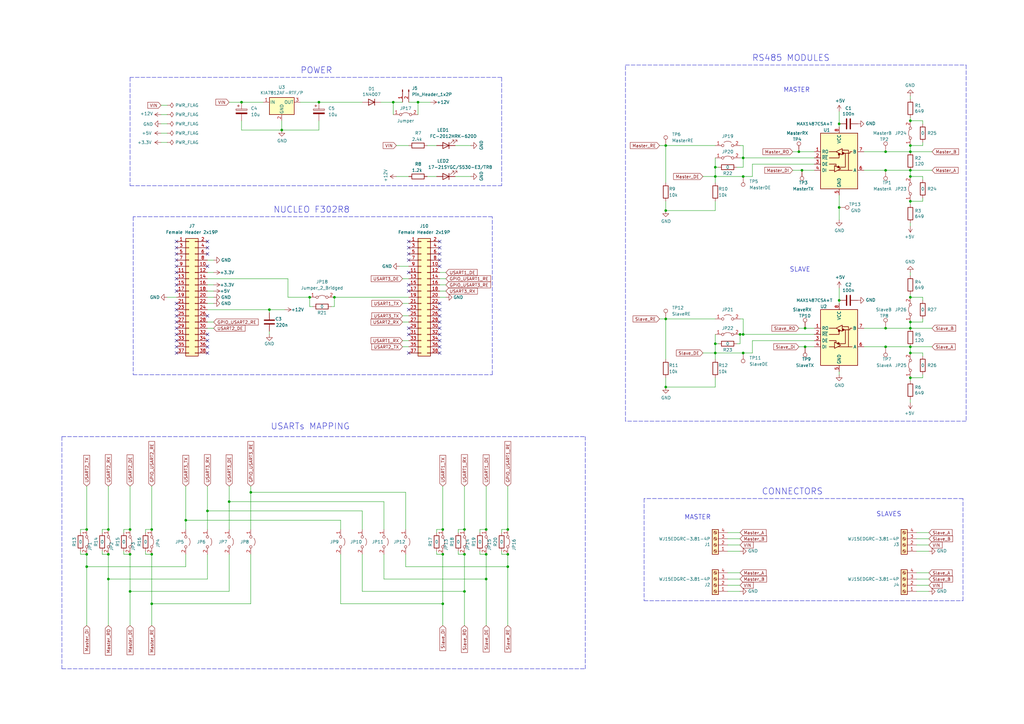
<source format=kicad_sch>
(kicad_sch (version 20211123) (generator eeschema)
  (paper "A3")
  (title_block (title "NUCLEO F302R8 MODBUS EXTENSION BOARD") (date "2023-09-22") (rev "0.1") (company "Axus Automation") (comment 1 "Maxime Couderc"))
  (junction (at 363.22 62.23))
  (junction (at 62.23 227.33))
  (junction (at 373.38 82.55))
  (junction (at 190.5 227.33))
  (junction (at 35.56 217.17))
  (junction (at 199.39 227.33))
  (junction (at 44.45 217.17))
  (junction (at 303.53 137.16))
  (junction (at 327.66 62.23))
  (junction (at 273.05 130.81))
  (junction (at 110.49 127))
  (junction (at 304.8 137.16))
  (junction (at 273.05 158.75))
  (junction (at 373.38 154.94))
  (junction (at 208.28 217.17))
  (junction (at 330.2 142.24))
  (junction (at 35.56 232.41))
  (junction (at 328.93 69.85))
  (junction (at 330.2 134.62))
  (junction (at 304.8 144.78))
  (junction (at 127 121.92))
  (junction (at 208.28 232.41))
  (junction (at 373.38 69.85))
  (junction (at 344.17 85.09))
  (junction (at 130.81 41.91))
  (junction (at 115.57 53.34))
  (junction (at 344.17 50.8))
  (junction (at 373.38 59.69))
  (junction (at 363.22 69.85))
  (junction (at 35.56 227.33))
  (junction (at 293.37 140.97))
  (junction (at 99.06 41.91))
  (junction (at 373.38 121.92))
  (junction (at 190.5 242.57))
  (junction (at 373.38 144.78))
  (junction (at 273.05 59.69))
  (junction (at 53.34 217.17))
  (junction (at 293.37 72.39))
  (junction (at 363.22 142.24))
  (junction (at 373.38 62.23))
  (junction (at 373.38 49.53))
  (junction (at 293.37 144.78))
  (junction (at 273.05 86.36))
  (junction (at 53.34 227.33))
  (junction (at 199.39 217.17))
  (junction (at 190.5 217.17))
  (junction (at 344.17 123.19))
  (junction (at 53.34 242.57))
  (junction (at 208.28 227.33))
  (junction (at 62.23 217.17))
  (junction (at 199.39 237.49))
  (junction (at 76.2 213.36))
  (junction (at 373.38 142.24))
  (junction (at 44.45 227.33))
  (junction (at 181.61 247.65))
  (junction (at 181.61 227.33))
  (junction (at 373.38 72.39))
  (junction (at 137.16 121.92))
  (junction (at 85.09 209.55))
  (junction (at 161.29 41.91))
  (junction (at 62.23 247.65))
  (junction (at 363.22 134.62))
  (junction (at 171.45 41.91))
  (junction (at 304.8 72.39))
  (junction (at 373.38 134.62))
  (junction (at 93.98 205.74))
  (junction (at 102.87 201.93))
  (junction (at 373.38 132.08))
  (junction (at 293.37 68.58))
  (junction (at 44.45 237.49))
  (junction (at 304.8 64.77))
  (junction (at 181.61 217.17))
  (no_connect (at 180.34 144.78))
  (no_connect (at 180.34 142.24))
  (no_connect (at 72.39 111.76))
  (no_connect (at 72.39 101.6))
  (no_connect (at 167.64 137.16))
  (no_connect (at 72.39 99.06))
  (no_connect (at 180.34 127))
  (no_connect (at 72.39 129.54))
  (no_connect (at 180.34 104.14))
  (no_connect (at 85.09 137.16))
  (no_connect (at 72.39 114.3))
  (no_connect (at 72.39 119.38))
  (no_connect (at 72.39 139.7))
  (no_connect (at 85.09 144.78))
  (no_connect (at 167.64 106.68))
  (no_connect (at 167.64 144.78))
  (no_connect (at 180.34 101.6))
  (no_connect (at 167.64 111.76))
  (no_connect (at 167.64 104.14))
  (no_connect (at 167.64 101.6))
  (no_connect (at 180.34 124.46))
  (no_connect (at 167.64 116.84))
  (no_connect (at 167.64 119.38))
  (no_connect (at 72.39 109.22))
  (no_connect (at 85.09 109.22))
  (no_connect (at 72.39 137.16))
  (no_connect (at 72.39 104.14))
  (no_connect (at 85.09 142.24))
  (no_connect (at 180.34 137.16))
  (no_connect (at 85.09 99.06))
  (no_connect (at 72.39 142.24))
  (no_connect (at 72.39 106.68))
  (no_connect (at 85.09 129.54))
  (no_connect (at 85.09 101.6))
  (no_connect (at 180.34 129.54))
  (no_connect (at 72.39 144.78))
  (no_connect (at 180.34 106.68))
  (no_connect (at 167.64 134.62))
  (no_connect (at 72.39 127))
  (no_connect (at 180.34 139.7))
  (no_connect (at 180.34 132.08))
  (no_connect (at 167.64 127))
  (no_connect (at 72.39 116.84))
  (no_connect (at 72.39 124.46))
  (no_connect (at 180.34 99.06))
  (no_connect (at 72.39 132.08))
  (no_connect (at 180.34 109.22))
  (no_connect (at 85.09 104.14))
  (no_connect (at 167.64 99.06))
  (no_connect (at 180.34 134.62))
  (no_connect (at 72.39 134.62))
  (no_connect (at 85.09 139.7))
  (wire (pts (xy 85.09 119.38) (xy 87.63 119.38)))
  (wire (pts (xy 208.28 227.33) (xy 208.28 232.41)))
  (wire (pts (xy 139.7 213.36) (xy 76.2 213.36)))
  (wire (pts (xy 199.39 227.33) (xy 199.39 237.49)))
  (wire (pts (xy 187.96 227.33) (xy 190.5 227.33)))
  (wire (pts (xy 66.04 43.18) (xy 68.58 43.18)))
  (wire (pts (xy 373.38 134.62) (xy 382.27 134.62)))
  (wire (pts (xy 85.09 111.76) (xy 87.63 111.76)))
  (wire (pts (xy 293.37 86.36) (xy 293.37 82.55)))
  (wire (pts (xy 85.09 199.39) (xy 85.09 209.55)))
  (wire (pts (xy 298.45 242.57) (xy 303.53 242.57)))
  (wire (pts (xy 130.81 49.53) (xy 130.81 53.34)))
  (wire (pts (xy 373.38 62.23) (xy 363.22 62.23)))
  (wire (pts (xy 115.57 53.34) (xy 130.81 53.34)))
  (wire (pts (xy 363.22 62.23) (xy 354.33 62.23)))
  (polyline (pts (xy 394.97 204.47) (xy 264.16 204.47)))
  (wire (pts (xy 190.5 199.39) (xy 190.5 217.17)))
  (wire (pts (xy 373.38 165.1) (xy 373.38 163.83)))
  (wire (pts (xy 354.33 69.85) (xy 363.22 69.85)))
  (wire (pts (xy 44.45 227.33) (xy 44.45 237.49)))
  (wire (pts (xy 99.06 41.91) (xy 107.95 41.91)))
  (wire (pts (xy 344.17 85.09) (xy 344.17 80.01)))
  (wire (pts (xy 165.1 124.46) (xy 167.64 124.46)))
  (wire (pts (xy 179.07 72.39) (xy 175.26 72.39)))
  (wire (pts (xy 41.91 227.33) (xy 44.45 227.33)))
  (wire (pts (xy 110.49 135.89) (xy 110.49 137.16)))
  (wire (pts (xy 118.11 121.92) (xy 127 121.92)))
  (wire (pts (xy 181.61 247.65) (xy 181.61 227.33)))
  (wire (pts (xy 304.8 72.39) (xy 293.37 72.39)))
  (wire (pts (xy 373.38 59.69) (xy 373.38 62.23)))
  (wire (pts (xy 199.39 199.39) (xy 199.39 217.17)))
  (wire (pts (xy 44.45 237.49) (xy 85.09 237.49)))
  (wire (pts (xy 344.17 90.17) (xy 344.17 85.09)))
  (wire (pts (xy 118.11 114.3) (xy 118.11 121.92)))
  (wire (pts (xy 66.04 46.99) (xy 68.58 46.99)))
  (wire (pts (xy 139.7 227.33) (xy 139.7 247.65)))
  (wire (pts (xy 148.59 209.55) (xy 85.09 209.55)))
  (wire (pts (xy 344.17 123.19) (xy 344.17 124.46)))
  (wire (pts (xy 167.64 129.54) (xy 165.1 129.54)))
  (wire (pts (xy 110.49 127) (xy 116.84 127)))
  (wire (pts (xy 115.57 49.53) (xy 115.57 53.34)))
  (wire (pts (xy 304.8 64.77) (xy 334.01 64.77)))
  (wire (pts (xy 334.01 142.24) (xy 330.2 142.24)))
  (wire (pts (xy 33.02 227.33) (xy 35.56 227.33)))
  (wire (pts (xy 363.22 69.85) (xy 373.38 69.85)))
  (wire (pts (xy 93.98 199.39) (xy 93.98 205.74)))
  (wire (pts (xy 273.05 59.69) (xy 293.37 59.69)))
  (wire (pts (xy 165.1 139.7) (xy 167.64 139.7)))
  (wire (pts (xy 179.07 217.17) (xy 181.61 217.17)))
  (wire (pts (xy 157.48 205.74) (xy 93.98 205.74)))
  (wire (pts (xy 76.2 199.39) (xy 76.2 213.36)))
  (wire (pts (xy 167.64 41.91) (xy 171.45 41.91)))
  (polyline (pts (xy 205.74 31.75) (xy 53.34 31.75)))
  (wire (pts (xy 128.27 125.73) (xy 127 125.73)))
  (wire (pts (xy 378.46 82.55) (xy 373.38 82.55)))
  (wire (pts (xy 85.09 127) (xy 110.49 127)))
  (wire (pts (xy 302.26 140.97) (xy 303.53 140.97)))
  (polyline (pts (xy 25.4 179.07) (xy 240.03 179.07)))
  (wire (pts (xy 50.8 227.33) (xy 53.34 227.33)))
  (wire (pts (xy 273.05 82.55) (xy 273.05 86.36)))
  (wire (pts (xy 298.45 226.06) (xy 303.53 226.06)))
  (wire (pts (xy 303.53 130.81) (xy 304.8 130.81)))
  (wire (pts (xy 304.8 68.58) (xy 304.8 64.77)))
  (wire (pts (xy 378.46 72.39) (xy 373.38 72.39)))
  (wire (pts (xy 62.23 247.65) (xy 102.87 247.65)))
  (wire (pts (xy 180.34 121.92) (xy 182.88 121.92)))
  (wire (pts (xy 85.09 132.08) (xy 87.63 132.08)))
  (wire (pts (xy 373.38 132.08) (xy 373.38 134.62)))
  (wire (pts (xy 85.09 121.92) (xy 87.63 121.92)))
  (wire (pts (xy 41.91 226.06) (xy 41.91 227.33)))
  (wire (pts (xy 53.34 227.33) (xy 53.34 242.57)))
  (wire (pts (xy 293.37 144.78) (xy 293.37 147.32)))
  (wire (pts (xy 378.46 59.69) (xy 373.38 59.69)))
  (wire (pts (xy 196.85 217.17) (xy 199.39 217.17)))
  (wire (pts (xy 373.38 69.85) (xy 382.27 69.85)))
  (polyline (pts (xy 53.34 76.2) (xy 205.74 76.2)))
  (wire (pts (xy 53.34 199.39) (xy 53.34 217.17)))
  (wire (pts (xy 85.09 116.84) (xy 87.63 116.84)))
  (wire (pts (xy 378.46 121.92) (xy 373.38 121.92)))
  (wire (pts (xy 137.16 121.92) (xy 167.64 121.92)))
  (wire (pts (xy 378.46 146.05) (xy 378.46 144.78)))
  (wire (pts (xy 182.88 116.84) (xy 180.34 116.84)))
  (wire (pts (xy 344.17 153.67) (xy 344.17 152.4)))
  (wire (pts (xy 381 223.52) (xy 375.92 223.52)))
  (wire (pts (xy 381 218.44) (xy 375.92 218.44)))
  (wire (pts (xy 93.98 227.33) (xy 93.98 242.57)))
  (wire (pts (xy 205.74 218.44) (xy 205.74 217.17)))
  (wire (pts (xy 85.09 114.3) (xy 118.11 114.3)))
  (wire (pts (xy 93.98 205.74) (xy 93.98 217.17)))
  (wire (pts (xy 298.45 237.49) (xy 303.53 237.49)))
  (wire (pts (xy 373.38 113.03) (xy 373.38 111.76)))
  (wire (pts (xy 102.87 199.39) (xy 102.87 201.93)))
  (wire (pts (xy 378.46 130.81) (xy 378.46 132.08)))
  (wire (pts (xy 44.45 199.39) (xy 44.45 217.17)))
  (wire (pts (xy 378.46 153.67) (xy 378.46 154.94)))
  (wire (pts (xy 308.61 67.31) (xy 308.61 72.39)))
  (wire (pts (xy 373.38 92.71) (xy 373.38 91.44)))
  (wire (pts (xy 308.61 139.7) (xy 308.61 144.78)))
  (wire (pts (xy 190.5 227.33) (xy 190.5 242.57)))
  (wire (pts (xy 187.96 226.06) (xy 187.96 227.33)))
  (wire (pts (xy 302.26 68.58) (xy 304.8 68.58)))
  (wire (pts (xy 378.46 123.19) (xy 378.46 121.92)))
  (wire (pts (xy 293.37 140.97) (xy 294.64 140.97)))
  (wire (pts (xy 102.87 201.93) (xy 102.87 217.17)))
  (wire (pts (xy 181.61 199.39) (xy 181.61 217.17)))
  (wire (pts (xy 85.09 106.68) (xy 87.63 106.68)))
  (wire (pts (xy 33.02 217.17) (xy 35.56 217.17)))
  (polyline (pts (xy 264.16 204.47) (xy 264.16 246.38)))
  (wire (pts (xy 157.48 227.33) (xy 157.48 237.49)))
  (wire (pts (xy 85.09 124.46) (xy 87.63 124.46)))
  (wire (pts (xy 378.46 50.8) (xy 378.46 49.53)))
  (wire (pts (xy 196.85 227.33) (xy 199.39 227.33)))
  (wire (pts (xy 76.2 227.33) (xy 76.2 232.41)))
  (wire (pts (xy 205.74 226.06) (xy 205.74 227.33)))
  (wire (pts (xy 373.38 62.23) (xy 382.27 62.23)))
  (wire (pts (xy 59.69 217.17) (xy 62.23 217.17)))
  (wire (pts (xy 208.28 232.41) (xy 208.28 256.54)))
  (wire (pts (xy 148.59 217.17) (xy 148.59 209.55)))
  (wire (pts (xy 187.96 218.44) (xy 187.96 217.17)))
  (wire (pts (xy 186.69 72.39) (xy 193.04 72.39)))
  (wire (pts (xy 373.38 142.24) (xy 373.38 144.78)))
  (wire (pts (xy 181.61 256.54) (xy 181.61 247.65)))
  (wire (pts (xy 293.37 137.16) (xy 293.37 140.97)))
  (wire (pts (xy 68.58 121.92) (xy 72.39 121.92)))
  (wire (pts (xy 35.56 199.39) (xy 35.56 217.17)))
  (wire (pts (xy 156.21 41.91) (xy 161.29 41.91)))
  (wire (pts (xy 334.01 67.31) (xy 308.61 67.31)))
  (wire (pts (xy 375.92 242.57) (xy 381 242.57)))
  (wire (pts (xy 303.53 218.44) (xy 298.45 218.44)))
  (wire (pts (xy 76.2 213.36) (xy 76.2 217.17)))
  (wire (pts (xy 304.8 137.16) (xy 334.01 137.16)))
  (wire (pts (xy 166.37 217.17) (xy 166.37 201.93)))
  (wire (pts (xy 186.69 59.69) (xy 193.04 59.69)))
  (wire (pts (xy 303.53 234.95) (xy 298.45 234.95)))
  (wire (pts (xy 373.38 154.94) (xy 373.38 156.21)))
  (wire (pts (xy 66.04 58.42) (xy 68.58 58.42)))
  (wire (pts (xy 62.23 227.33) (xy 62.23 247.65)))
  (wire (pts (xy 62.23 247.65) (xy 62.23 256.54)))
  (wire (pts (xy 303.53 140.97) (xy 303.53 137.16)))
  (wire (pts (xy 66.04 50.8) (xy 68.58 50.8)))
  (wire (pts (xy 44.45 237.49) (xy 44.45 256.54)))
  (polyline (pts (xy 256.54 172.72) (xy 256.54 26.67)))
  (wire (pts (xy 171.45 41.91) (xy 176.53 41.91)))
  (wire (pts (xy 35.56 232.41) (xy 76.2 232.41)))
  (wire (pts (xy 330.2 134.62) (xy 334.01 134.62)))
  (wire (pts (xy 325.12 62.23) (xy 327.66 62.23)))
  (wire (pts (xy 308.61 72.39) (xy 304.8 72.39)))
  (wire (pts (xy 328.93 69.85) (xy 325.12 69.85)))
  (wire (pts (xy 85.09 227.33) (xy 85.09 237.49)))
  (wire (pts (xy 293.37 72.39) (xy 293.37 74.93)))
  (wire (pts (xy 293.37 68.58) (xy 293.37 72.39)))
  (wire (pts (xy 293.37 68.58) (xy 294.64 68.58)))
  (polyline (pts (xy 53.34 31.75) (xy 53.34 76.2)))
  (wire (pts (xy 378.46 154.94) (xy 373.38 154.94)))
  (wire (pts (xy 293.37 140.97) (xy 293.37 144.78)))
  (wire (pts (xy 378.46 73.66) (xy 378.46 72.39)))
  (wire (pts (xy 127 125.73) (xy 127 121.92)))
  (wire (pts (xy 171.45 41.91) (xy 171.45 46.99)))
  (wire (pts (xy 330.2 142.24) (xy 327.66 142.24)))
  (polyline (pts (xy 25.4 179.07) (xy 25.4 274.32)))
  (wire (pts (xy 273.05 130.81) (xy 273.05 147.32)))
  (wire (pts (xy 196.85 218.44) (xy 196.85 217.17)))
  (wire (pts (xy 205.74 227.33) (xy 208.28 227.33)))
  (wire (pts (xy 33.02 226.06) (xy 33.02 227.33)))
  (polyline (pts (xy 25.4 274.32) (xy 240.03 274.32)))
  (wire (pts (xy 162.56 72.39) (xy 167.64 72.39)))
  (wire (pts (xy 327.66 134.62) (xy 330.2 134.62)))
  (wire (pts (xy 180.34 114.3) (xy 182.88 114.3)))
  (wire (pts (xy 179.07 218.44) (xy 179.07 217.17)))
  (wire (pts (xy 161.29 41.91) (xy 161.29 46.99)))
  (wire (pts (xy 166.37 232.41) (xy 208.28 232.41)))
  (wire (pts (xy 308.61 144.78) (xy 304.8 144.78)))
  (wire (pts (xy 273.05 59.69) (xy 273.05 74.93)))
  (wire (pts (xy 293.37 158.75) (xy 293.37 154.94)))
  (polyline (pts (xy 264.16 246.38) (xy 394.97 246.38)))
  (polyline (pts (xy 396.24 26.67) (xy 396.24 172.72)))
  (wire (pts (xy 303.53 64.77) (xy 304.8 64.77)))
  (wire (pts (xy 308.61 139.7) (xy 334.01 139.7)))
  (wire (pts (xy 378.46 58.42) (xy 378.46 59.69)))
  (wire (pts (xy 373.38 134.62) (xy 363.22 134.62)))
  (wire (pts (xy 180.34 119.38) (xy 182.88 119.38)))
  (wire (pts (xy 62.23 199.39) (xy 62.23 217.17)))
  (wire (pts (xy 148.59 242.57) (xy 190.5 242.57)))
  (wire (pts (xy 304.8 130.81) (xy 304.8 137.16)))
  (polyline (pts (xy 396.24 172.72) (xy 256.54 172.72)))
  (wire (pts (xy 165.1 132.08) (xy 167.64 132.08)))
  (wire (pts (xy 50.8 217.17) (xy 53.34 217.17)))
  (wire (pts (xy 304.8 59.69) (xy 304.8 64.77)))
  (wire (pts (xy 130.81 41.91) (xy 148.59 41.91)))
  (wire (pts (xy 85.09 134.62) (xy 87.63 134.62)))
  (wire (pts (xy 59.69 226.06) (xy 59.69 227.33)))
  (wire (pts (xy 50.8 226.06) (xy 50.8 227.33)))
  (wire (pts (xy 373.38 48.26) (xy 373.38 49.53)))
  (wire (pts (xy 327.66 62.23) (xy 334.01 62.23)))
  (wire (pts (xy 163.83 109.22) (xy 167.64 109.22)))
  (wire (pts (xy 373.38 40.64) (xy 373.38 39.37)))
  (polyline (pts (xy 54.61 153.67) (xy 201.93 153.67)))
  (wire (pts (xy 378.46 49.53) (xy 373.38 49.53)))
  (wire (pts (xy 123.19 41.91) (xy 130.81 41.91)))
  (wire (pts (xy 303.53 137.16) (xy 304.8 137.16)))
  (wire (pts (xy 157.48 237.49) (xy 199.39 237.49)))
  (wire (pts (xy 110.49 127) (xy 110.49 128.27)))
  (wire (pts (xy 35.56 227.33) (xy 35.56 232.41)))
  (wire (pts (xy 59.69 227.33) (xy 62.23 227.33)))
  (polyline (pts (xy 54.61 88.9) (xy 54.61 153.67)))
  (wire (pts (xy 162.56 59.69) (xy 167.64 59.69)))
  (wire (pts (xy 378.46 81.28) (xy 378.46 82.55)))
  (wire (pts (xy 135.89 125.73) (xy 137.16 125.73)))
  (wire (pts (xy 179.07 59.69) (xy 175.26 59.69)))
  (wire (pts (xy 363.22 142.24) (xy 373.38 142.24)))
  (wire (pts (xy 293.37 64.77) (xy 293.37 68.58)))
  (wire (pts (xy 373.38 142.24) (xy 382.27 142.24)))
  (wire (pts (xy 381 240.03) (xy 375.92 240.03)))
  (wire (pts (xy 196.85 226.06) (xy 196.85 227.33)))
  (wire (pts (xy 99.06 49.53) (xy 99.06 53.34)))
  (wire (pts (xy 53.34 242.57) (xy 93.98 242.57)))
  (polyline (pts (xy 394.97 246.38) (xy 394.97 204.47)))
  (wire (pts (xy 378.46 144.78) (xy 373.38 144.78)))
  (wire (pts (xy 288.29 72.39) (xy 293.37 72.39)))
  (polyline (pts (xy 240.03 274.32) (xy 240.03 179.07)))
  (wire (pts (xy 148.59 227.33) (xy 148.59 242.57)))
  (wire (pts (xy 273.05 154.94) (xy 273.05 158.75)))
  (wire (pts (xy 344.17 50.8) (xy 344.17 52.07)))
  (wire (pts (xy 270.51 130.81) (xy 273.05 130.81)))
  (wire (pts (xy 85.09 209.55) (xy 85.09 217.17)))
  (wire (pts (xy 179.07 227.33) (xy 181.61 227.33)))
  (wire (pts (xy 344.17 118.11) (xy 344.17 123.19)))
  (polyline (pts (xy 205.74 31.75) (xy 205.74 76.2)))
  (wire (pts (xy 165.1 142.24) (xy 167.64 142.24)))
  (wire (pts (xy 50.8 218.44) (xy 50.8 217.17)))
  (wire (pts (xy 53.34 242.57) (xy 53.34 256.54)))
  (wire (pts (xy 381 234.95) (xy 375.92 234.95)))
  (wire (pts (xy 41.91 218.44) (xy 41.91 217.17)))
  (wire (pts (xy 304.8 144.78) (xy 293.37 144.78)))
  (wire (pts (xy 33.02 218.44) (xy 33.02 217.17)))
  (wire (pts (xy 99.06 53.34) (xy 115.57 53.34)))
  (wire (pts (xy 303.53 59.69) (xy 304.8 59.69)))
  (wire (pts (xy 180.34 111.76) (xy 182.88 111.76)))
  (wire (pts (xy 363.22 134.62) (xy 354.33 134.62)))
  (polyline (pts (xy 201.93 88.9) (xy 54.61 88.9)))
  (wire (pts (xy 373.38 120.65) (xy 373.38 121.92)))
  (wire (pts (xy 166.37 227.33) (xy 166.37 232.41)))
  (wire (pts (xy 190.5 242.57) (xy 190.5 256.54)))
  (wire (pts (xy 373.38 82.55) (xy 373.38 83.82)))
  (wire (pts (xy 373.38 69.85) (xy 373.38 72.39)))
  (wire (pts (xy 375.92 226.06) (xy 381 226.06)))
  (wire (pts (xy 93.98 41.91) (xy 99.06 41.91)))
  (wire (pts (xy 354.33 142.24) (xy 363.22 142.24)))
  (wire (pts (xy 137.16 125.73) (xy 137.16 121.92)))
  (wire (pts (xy 273.05 158.75) (xy 293.37 158.75)))
  (wire (pts (xy 273.05 130.81) (xy 293.37 130.81)))
  (wire (pts (xy 378.46 132.08) (xy 373.38 132.08)))
  (wire (pts (xy 139.7 217.17) (xy 139.7 213.36)))
  (wire (pts (xy 344.17 45.72) (xy 344.17 50.8)))
  (wire (pts (xy 375.92 220.98) (xy 381 220.98)))
  (wire (pts (xy 303.53 223.52) (xy 298.45 223.52)))
  (wire (pts (xy 41.91 217.17) (xy 44.45 217.17)))
  (wire (pts (xy 35.56 232.41) (xy 35.56 256.54)))
  (polyline (pts (xy 201.93 153.67) (xy 201.93 88.9)))
  (wire (pts (xy 157.48 217.17) (xy 157.48 205.74)))
  (wire (pts (xy 199.39 237.49) (xy 199.39 256.54)))
  (wire (pts (xy 288.29 144.78) (xy 293.37 144.78)))
  (wire (pts (xy 205.74 217.17) (xy 208.28 217.17)))
  (wire (pts (xy 273.05 86.36) (xy 293.37 86.36)))
  (wire (pts (xy 139.7 247.65) (xy 181.61 247.65)))
  (wire (pts (xy 179.07 226.06) (xy 179.07 227.33)))
  (wire (pts (xy 187.96 217.17) (xy 190.5 217.17)))
  (wire (pts (xy 270.51 59.69) (xy 273.05 59.69)))
  (wire (pts (xy 59.69 218.44) (xy 59.69 217.17)))
  (wire (pts (xy 167.64 114.3) (xy 165.1 114.3)))
  (wire (pts (xy 66.04 54.61) (xy 68.58 54.61)))
  (wire (pts (xy 166.37 201.93) (xy 102.87 201.93)))
  (wire (pts (xy 298.45 220.98) (xy 303.53 220.98)))
  (wire (pts (xy 161.29 41.91) (xy 165.1 41.91)))
  (wire (pts (xy 303.53 240.03) (xy 298.45 240.03)))
  (wire (pts (xy 208.28 199.39) (xy 208.28 217.17)))
  (polyline (pts (xy 256.54 26.67) (xy 396.24 26.67)))
  (wire (pts (xy 334.01 69.85) (xy 328.93 69.85)))
  (wire (pts (xy 102.87 227.33) (xy 102.87 247.65)))
  (wire (pts (xy 375.92 237.49) (xy 381 237.49)))
  (text "MASTER" (at 321.31 38.1 0) (effects (font (size 1.905 1.905)) (justify left bottom)))
  (text "MASTER" (at 280.67 213.36 0) (effects (font (size 1.905 1.905)) (justify left bottom)))
  (text "RS485 MODULES" (at 340.36 25.4 180) (effects (font (size 2.54 2.54)) (justify right bottom)))
  (text "SLAVES" (at 359.41 212.09 0) (effects (font (size 1.905 1.905)) (justify left bottom)))
  (text "NUCLEO F302R8" (at 143.51 87.63 180) (effects (font (size 2.54 2.54)) (justify right bottom)))
  (text "CONNECTORS" (at 312.42 203.2 0) (effects (font (size 2.54 2.54)) (justify left bottom)))
  (text "USARTs MAPPING" (at 143.51 176.53 180) (effects (font (size 2.54 2.54)) (justify right bottom)))
  (text "POWER" (at 123.19 30.48 0) (effects (font (size 2.54 2.54)) (justify left bottom)))
  (text "SLAVE" (at 323.85 111.76 0) (effects (font (size 1.905 1.905)) (justify left bottom)))
  (global_label "USART1_DE" (shape input) (at 199.39 199.39 90) (property "Intersheet References" "${INTERSHEET_REFS}" (effects hide)))
  (global_label "USART1_RX" (shape input) (at 165.1 139.7 180) (property "Intersheet References" "${INTERSHEET_REFS}" (effects hide)))
  (global_label "Master_DE" (shape input) (at 288.29 72.39 180) (property "Intersheet References" "${INTERSHEET_REFS}" (effects hide)))
  (global_label "USART2_TX" (shape input) (at 165.1 142.24 180) (property "Intersheet References" "${INTERSHEET_REFS}" (effects hide)))
  (global_label "VIN" (shape input) (at 303.53 223.52 0) (property "Intersheet References" "${INTERSHEET_REFS}" (effects hide)))
  (global_label "GPIO_USART3_RE" (shape input) (at 102.87 199.39 90) (property "Intersheet References" "${INTERSHEET_REFS}" (effects hide)))
  (global_label "USART2_DE" (shape input) (at 87.63 134.62 0) (property "Intersheet References" "${INTERSHEET_REFS}" (effects hide)))
  (global_label "Slave_A" (shape input) (at 382.27 142.24 0) (property "Intersheet References" "${INTERSHEET_REFS}" (effects hide)))
  (global_label "Slave_B" (shape input) (at 381 237.49 0) (property "Intersheet References" "${INTERSHEET_REFS}" (effects hide)))
  (global_label "VIN" (shape input) (at 66.04 43.18 180) (property "Intersheet References" "${INTERSHEET_REFS}" (effects hide)))
  (global_label "Slave_RO" (shape input) (at 327.66 134.62 180) (property "Intersheet References" "${INTERSHEET_REFS}" (effects hide)))
  (global_label "USART1_TX" (shape input) (at 181.61 199.39 90) (property "Intersheet References" "${INTERSHEET_REFS}" (effects hide)))
  (global_label "USART3_DE" (shape input) (at 165.1 114.3 180) (property "Intersheet References" "${INTERSHEET_REFS}" (effects hide)))
  (global_label "Slave_A" (shape input) (at 381 218.44 0) (property "Intersheet References" "${INTERSHEET_REFS}" (effects hide)))
  (global_label "GPIO_USART2_RE" (shape input) (at 87.63 132.08 0) (property "Intersheet References" "${INTERSHEET_REFS}" (effects hide)))
  (global_label "Slave_DE" (shape input) (at 199.39 256.54 270) (property "Intersheet References" "${INTERSHEET_REFS}" (effects hide)))
  (global_label "GPIO_USART2_RE" (shape input) (at 62.23 199.39 90) (property "Intersheet References" "${INTERSHEET_REFS}" (effects hide)))
  (global_label "Master_RO" (shape input) (at 44.45 256.54 270) (property "Intersheet References" "${INTERSHEET_REFS}" (effects hide)))
  (global_label "USART3_RX" (shape input) (at 85.09 199.39 90) (property "Intersheet References" "${INTERSHEET_REFS}" (effects hide)))
  (global_label "VIN" (shape input) (at 381 223.52 0) (property "Intersheet References" "${INTERSHEET_REFS}" (effects hide)))
  (global_label "GPIO_USART1_RE" (shape input) (at 182.88 114.3 0) (property "Intersheet References" "${INTERSHEET_REFS}" (effects hide)))
  (global_label "Master_RE" (shape input) (at 62.23 256.54 270) (property "Intersheet References" "${INTERSHEET_REFS}" (effects hide)))
  (global_label "Master_B" (shape input) (at 303.53 237.49 0) (property "Intersheet References" "${INTERSHEET_REFS}" (effects hide)))
  (global_label "Master_DI" (shape input) (at 325.12 69.85 180) (property "Intersheet References" "${INTERSHEET_REFS}" (effects hide)))
  (global_label "Slave_DE" (shape input) (at 288.29 144.78 180) (property "Intersheet References" "${INTERSHEET_REFS}" (effects hide)))
  (global_label "USART1_DE" (shape input) (at 182.88 111.76 0) (property "Intersheet References" "${INTERSHEET_REFS}" (effects hide)))
  (global_label "GPIO_USART1_RE" (shape input) (at 208.28 199.39 90) (property "Intersheet References" "${INTERSHEET_REFS}" (effects hide)))
  (global_label "USART1_RX" (shape input) (at 190.5 199.39 90) (property "Intersheet References" "${INTERSHEET_REFS}" (effects hide)))
  (global_label "VIN" (shape input) (at 162.56 59.69 180) (property "Intersheet References" "${INTERSHEET_REFS}" (effects hide)))
  (global_label "Master_DE" (shape input) (at 53.34 256.54 270) (property "Intersheet References" "${INTERSHEET_REFS}" (effects hide)))
  (global_label "USART3_TX" (shape input) (at 165.1 129.54 180) (property "Intersheet References" "${INTERSHEET_REFS}" (effects hide)))
  (global_label "VIN" (shape input) (at 303.53 240.03 0) (property "Intersheet References" "${INTERSHEET_REFS}" (effects hide)))
  (global_label "Master_A" (shape input) (at 382.27 69.85 0) (property "Intersheet References" "${INTERSHEET_REFS}" (effects hide)))
  (global_label "USART2_DE" (shape input) (at 53.34 199.39 90) (property "Intersheet References" "${INTERSHEET_REFS}" (effects hide)))
  (global_label "Master_A" (shape input) (at 303.53 218.44 0) (property "Intersheet References" "${INTERSHEET_REFS}" (effects hide)))
  (global_label "GPIO_USART3_RE" (shape input) (at 182.88 116.84 0) (property "Intersheet References" "${INTERSHEET_REFS}" (effects hide)))
  (global_label "USART2_RX" (shape input) (at 165.1 132.08 180) (property "Intersheet References" "${INTERSHEET_REFS}" (effects hide)))
  (global_label "Master_A" (shape input) (at 303.53 234.95 0) (property "Intersheet References" "${INTERSHEET_REFS}" (effects hide)))
  (global_label "VIN" (shape input) (at 381 240.03 0) (property "Intersheet References" "${INTERSHEET_REFS}" (effects hide)))
  (global_label "Slave_B" (shape input) (at 382.27 134.62 0) (property "Intersheet References" "${INTERSHEET_REFS}" (effects hide)))
  (global_label "VIN" (shape input) (at 93.98 41.91 180) (property "Intersheet References" "${INTERSHEET_REFS}" (effects hide)))
  (global_label "USART1_TX" (shape input) (at 165.1 124.46 180) (property "Intersheet References" "${INTERSHEET_REFS}" (effects hide)))
  (global_label "Master_DI" (shape input) (at 35.56 256.54 270) (property "Intersheet References" "${INTERSHEET_REFS}" (effects hide)))
  (global_label "Slave_RE" (shape input) (at 208.28 256.54 270) (property "Intersheet References" "${INTERSHEET_REFS}" (effects hide)))
  (global_label "Slave_RE" (shape input) (at 270.51 130.81 180) (property "Intersheet References" "${INTERSHEET_REFS}" (effects hide)))
  (global_label "Slave_A" (shape input) (at 381 234.95 0) (property "Intersheet References" "${INTERSHEET_REFS}" (effects hide)))
  (global_label "Master_B" (shape input) (at 303.53 220.98 0) (property "Intersheet References" "${INTERSHEET_REFS}" (effects hide)))
  (global_label "USART2_RX" (shape input) (at 44.45 199.39 90) (property "Intersheet References" "${INTERSHEET_REFS}" (effects hide)))
  (global_label "Master_B" (shape input) (at 382.27 62.23 0) (property "Intersheet References" "${INTERSHEET_REFS}" (effects hide)))
  (global_label "USART3_DE" (shape input) (at 93.98 199.39 90) (property "Intersheet References" "${INTERSHEET_REFS}" (effects hide)))
  (global_label "Slave_RO" (shape input) (at 190.5 256.54 270) (property "Intersheet References" "${INTERSHEET_REFS}" (effects hide)))
  (global_label "Slave_B" (shape input) (at 381 220.98 0) (property "Intersheet References" "${INTERSHEET_REFS}" (effects hide)))
  (global_label "USART3_RX" (shape input) (at 182.88 119.38 0) (property "Intersheet References" "${INTERSHEET_REFS}" (effects hide)))
  (global_label "USART3_TX" (shape input) (at 76.2 199.39 90) (property "Intersheet References" "${INTERSHEET_REFS}" (effects hide)))
  (global_label "USART2_TX" (shape input) (at 35.56 199.39 90) (property "Intersheet References" "${INTERSHEET_REFS}" (effects hide)))
  (global_label "Master_RO" (shape input) (at 325.12 62.23 180) (property "Intersheet References" "${INTERSHEET_REFS}" (effects hide)))
  (global_label "Slave_DI" (shape input) (at 181.61 256.54 270) (property "Intersheet References" "${INTERSHEET_REFS}" (effects hide)))
  (global_label "Slave_DI" (shape input) (at 327.66 142.24 180) (property "Intersheet References" "${INTERSHEET_REFS}" (effects hide)))
  (global_label "Master_RE" (shape input) (at 270.51 59.69 180) (property "Intersheet References" "${INTERSHEET_REFS}" (effects hide)))
  (symbol (lib_id "power:+5V") (at 344.17 45.72 0) (unit 1)
    (property "Reference" "#PWR03" (effects hide))
    (property "Value" "+5V" (at 344.551 41.3258 0))
  )
  (symbol (lib_id "Interface_UART:MAX1487E") (at 344.17 64.77 0) (unit 1)
    (property "Reference" "U1" (at 339.09 53.34 0))
    (property "Value" "MAX1487CSA+T" (at 334.01 50.8 0))
    (property "Footprint" "Package_SO:SOIC-8_3.9x4.9mm_P1.27mm" (effects hide))
    (property "Datasheet" "https://datasheets.maximintegrated.com/en/ds/MAX1487E-MAX491E.pdf" (effects hide))
  )
  (symbol (lib_id "Device:R") (at 373.38 116.84 0) (unit 1)
    (property "Reference" "R4" (at 375.158 115.6716 0) (effects (justify left)))
    (property "Value" "649" (at 375.158 117.983 0) (effects (justify left)))
    (property "Footprint" "Resistor_SMD:R_1206_3216Metric" (effects hide))
  )
  (symbol (lib_id "Jumper:Jumper_2_Open") (at 148.59 222.25 270) (unit 1)
    (property "Reference" "JP10" (at 146.05 222.25 90))
    (property "Value" "Jumper_2_Open" (effects hide))
    (property "Footprint" "Jumper:SolderJumper-2_P1.3mm_Open_TrianglePad1.0x1.5mm" (effects hide))
  )
  (symbol (lib_id "Interface_UART:MAX1487E") (at 344.17 137.16 0) (unit 1)
    (property "Reference" "U2" (at 337.82 125.73 0))
    (property "Value" "MAX1487CSA+T" (at 334.01 123.19 0))
    (property "Footprint" "Package_SO:SOIC-8_3.9x4.9mm_P1.27mm" (effects hide))
    (property "Datasheet" "https://datasheets.maximintegrated.com/en/ds/MAX1487E-MAX491E.pdf" (effects hide))
  )
  (symbol (lib_id "Connector:TestPoint") (at 363.22 69.85 180) (unit 1)
    (property "Reference" "TP1" (at 361.95 74.93 0) (effects (justify right)))
    (property "Value" "MasterA" (at 358.14 77.47 0) (effects (justify right)))
    (property "Footprint" "TestPoint:TestPoint_Keystone_5000-5004_Miniature" (effects hide))
  )
  (symbol (lib_id "Device:R") (at 373.38 138.43 0) (unit 1)
    (property "Reference" "R5" (at 375.158 137.2616 0) (effects (justify left)))
    (property "Value" "120" (at 375.158 139.573 0) (effects (justify left)))
    (property "Footprint" "Resistor_SMD:R_1206_3216Metric" (effects hide))
  )
  (symbol (lib_id "Jumper:Jumper_2_Open") (at 93.98 222.25 270) (unit 1)
    (property "Reference" "JP7" (at 91.44 222.25 90))
    (property "Value" "Jumper_2_Open" (effects hide))
    (property "Footprint" "Jumper:SolderJumper-2_P1.3mm_Open_TrianglePad1.0x1.5mm" (effects hide))
  )
  (symbol (lib_id "power:GND") (at 351.79 123.19 90) (unit 1)
    (property "Reference" "#PWR08" (effects hide))
    (property "Value" "GND" (at 355.0412 123.063 90) (effects (justify right)))
  )
  (symbol (lib_id "power:GND") (at 87.63 124.46 90) (unit 1)
    (property "Reference" "#PWR022" (effects hide))
    (property "Value" "GND" (at 92.71 124.46 90))
  )
  (symbol (lib_id "Jumper:Jumper_2_Bridged") (at 166.37 46.99 0) (unit 1)
    (property "Reference" "JP17" (at 166.37 44.45 0))
    (property "Value" "Jumper" (at 166.37 49.53 0))
    (property "Footprint" "axus_footprints:Jumper_2" (effects hide))
  )
  (symbol (lib_id "power:PWR_FLAG") (at 68.58 50.8 270) (unit 1)
    (property "Reference" "#FLG03" (effects hide))
    (property "Value" "PWR_FLAG" (at 71.8312 50.8 90) (effects (justify left)))
  )
  (symbol (lib_id "power:+3.3V") (at 87.63 111.76 270) (unit 1)
    (property "Reference" "#PWR0105" (effects hide))
    (property "Value" "+3.3V" (at 90.17 111.76 90) (effects (justify left)))
  )
  (symbol (lib_id "Jumper:Jumper_2_Open") (at 166.37 222.25 270) (unit 1)
    (property "Reference" "JP12" (at 163.83 222.25 90))
    (property "Value" "Jumper_2_Open" (effects hide))
    (property "Footprint" "Jumper:SolderJumper-2_P1.3mm_Open_TrianglePad1.0x1.5mm" (effects hide))
  )
  (symbol (lib_id "power:GND") (at 303.53 226.06 90) (unit 1)
    (property "Reference" "#PWR01" (effects hide))
    (property "Value" "GND" (at 306.7812 225.933 90) (effects (justify right)))
  )
  (symbol (lib_id "Device:LED") (at 182.88 59.69 180) (unit 1)
    (property "Reference" "LED1" (at 184.15 53.34 0) (effects (justify left)))
    (property "Value" "FC-2012HRK-620D" (at 195.58 55.88 0) (effects (justify left)))
    (property "Footprint" "LED_SMD:LED_0805_2012Metric" (effects hide))
  )
  (symbol (lib_id "Device:R") (at 378.46 149.86 180) (unit 1)
    (property "Reference" "R26" (at 382.27 149.86 0))
    (property "Value" "0" (at 378.46 149.86 0))
    (property "Footprint" "Resistor_SMD:R_0603_1608Metric" (effects hide))
  )
  (symbol (lib_id "power:PWR_FLAG") (at 68.58 43.18 270) (unit 1)
    (property "Reference" "#FLG01" (effects hide))
    (property "Value" "PWR_FLAG" (at 71.8312 43.18 90) (effects (justify left)))
  )
  (symbol (lib_id "Device:R") (at 373.38 44.45 0) (unit 1)
    (property "Reference" "R1" (at 375.158 43.2816 0) (effects (justify left)))
    (property "Value" "649" (at 375.158 45.593 0) (effects (justify left)))
    (property "Footprint" "Resistor_SMD:R_1206_3216Metric" (effects hide))
  )
  (symbol (lib_id "Device:R") (at 187.96 222.25 180) (unit 1)
    (property "Reference" "R18" (at 185.42 222.25 90))
    (property "Value" "0" (at 187.96 222.25 0))
    (property "Footprint" "Resistor_SMD:R_0603_1608Metric" (effects hide))
  )
  (symbol (lib_id "power:+12V") (at 66.04 46.99 90) (unit 1)
    (property "Reference" "#PWR016" (effects hide))
    (property "Value" "+12V" (at 62.7888 46.609 90) (effects (justify left)))
  )
  (symbol (lib_id "Jumper:Jumper_2_Bridged") (at 199.39 222.25 270) (unit 1)
    (property "Reference" "JP15" (at 200.66 220.98 0) (effects (justify left)))
    (property "Value" "Jumper_2_Bridged" (effects hide))
    (property "Footprint" "Jumper:SolderJumper-2_P1.3mm_Open_TrianglePad1.0x1.5mm" (effects hide))
  )
  (symbol (lib_id "Device:LED") (at 182.88 72.39 180) (unit 1)
    (property "Reference" "LED2" (at 184.15 66.04 0) (effects (justify left)))
    (property "Value" "17-21SYGC/S530-E3/TR8" (at 201.93 68.58 0) (effects (justify left)))
    (property "Footprint" "LED_SMD:LED_0805_2012Metric" (effects hide))
  )
  (symbol (lib_id "Connector:TestPoint") (at 273.05 130.81 0) (unit 1)
    (property "Reference" "TP12" (at 275.59 126.2379 0) (effects (justify left)))
    (property "Value" "SlaveRE" (at 275.59 128.7779 0) (effects (justify left)))
    (property "Footprint" "TestPoint:TestPoint_Keystone_5000-5004_Miniature" (effects hide))
  )
  (symbol (lib_id "power:+3.3V") (at 66.04 58.42 90) (unit 1)
    (property "Reference" "#PWR0101" (effects hide))
    (property "Value" "+3.3V" (at 62.23 58.4199 90) (effects (justify left)))
  )
  (symbol (lib_id "power:PWR_FLAG") (at 68.58 54.61 270) (unit 1)
    (property "Reference" "#FLG04" (effects hide))
    (property "Value" "PWR_FLAG" (at 71.8312 54.61 90) (effects (justify left)))
  )
  (symbol (lib_id "power:+5V") (at 373.38 92.71 180) (unit 1)
    (property "Reference" "#PWR010" (effects hide))
    (property "Value" "+5V" (at 372.999 97.1042 0))
  )
  (symbol (lib_id "Jumper:Jumper_2_Bridged") (at 373.38 127 90) (unit 1)
    (property "Reference" "JP26" (at 367.03 127 90) (effects (justify right)))
    (property "Value" "Jumper_2_Bridged" (effects hide))
    (property "Footprint" "Jumper:SolderJumper-2_P1.3mm_Open_TrianglePad1.0x1.5mm" (effects hide))
  )
  (symbol (lib_id "Device:R") (at 293.37 151.13 0) (unit 1)
    (property "Reference" "R12" (at 294.64 149.86 0) (effects (justify left)))
    (property "Value" "10k" (at 294.64 152.4 0) (effects (justify left)))
    (property "Footprint" "Resistor_SMD:R_1206_3216Metric" (effects hide))
  )
  (symbol (lib_id "Device:R") (at 373.38 66.04 0) (unit 1)
    (property "Reference" "R2" (at 375.158 64.8716 0) (effects (justify left)))
    (property "Value" "120" (at 375.158 67.183 0) (effects (justify left)))
    (property "Footprint" "Resistor_SMD:R_1206_3216Metric" (effects hide))
  )
  (symbol (lib_id "power:+12V") (at 162.56 72.39 90) (unit 1)
    (property "Reference" "#PWR034" (effects hide))
    (property "Value" "+12V" (at 158.1658 72.009 0))
  )
  (symbol (lib_id "power:GND") (at 110.49 137.16 0) (unit 1)
    (property "Reference" "#PWR023" (effects hide))
    (property "Value" "GND" (at 110.49 140.97 0))
  )
  (symbol (lib_id "Connector:TestPoint") (at 363.22 62.23 0) (unit 1)
    (property "Reference" "TP2" (at 364.49 57.15 0) (effects (justify right)))
    (property "Value" "MasterB" (at 365.76 54.61 0) (effects (justify right)))
    (property "Footprint" "TestPoint:TestPoint_Keystone_5000-5004_Miniature" (effects hide))
  )
  (symbol (lib_id "Device:R") (at 50.8 222.25 180) (unit 1)
    (property "Reference" "R15" (at 48.26 222.25 90))
    (property "Value" "0" (at 50.8 222.25 0))
    (property "Footprint" "Resistor_SMD:R_0603_1608Metric" (effects hide))
  )
  (symbol (lib_id "power:PWR_FLAG") (at 68.58 58.42 270) (unit 1)
    (property "Reference" "#FLG0101" (effects hide))
    (property "Value" "PWR_FLAG" (at 71.8312 58.42 90) (effects (justify left)))
  )
  (symbol (lib_id "Jumper:Jumper_2_Open") (at 76.2 222.25 270) (unit 1)
    (property "Reference" "JP5" (at 73.66 222.25 90))
    (property "Value" "Jumper_2_Open" (effects hide))
    (property "Footprint" "Jumper:SolderJumper-2_P1.3mm_Open_TrianglePad1.0x1.5mm" (effects hide))
  )
  (symbol (lib_id "Diode:1N4007") (at 152.4 41.91 180) (unit 1)
    (property "Reference" "D1" (at 152.4 36.3982 0))
    (property "Value" "1N4007" (at 152.4 38.7096 0))
    (property "Footprint" "Diode_THT:D_DO-41_SOD81_P7.62mm_Horizontal" (effects hide))
    (property "Datasheet" "http://www.vishay.com/docs/88503/1n4001.pdf" (effects hide))
  )
  (symbol (lib_id "Jumper:Jumper_2_Bridged") (at 373.38 77.47 90) (unit 1)
    (property "Reference" "JP23" (at 367.03 77.47 90) (effects (justify right)))
    (property "Value" "Jumper_2_Bridged" (effects hide))
    (property "Footprint" "Jumper:SolderJumper-2_P1.3mm_Open_TrianglePad1.0x1.5mm" (effects hide))
  )
  (symbol (lib_id "Jumper:Jumper_2_Bridged") (at 35.56 222.25 270) (unit 1)
    (property "Reference" "JP1" (at 36.83 222.25 0) (effects (justify left)))
    (property "Value" "Jumper_2_Bridged" (effects hide))
    (property "Footprint" "Jumper:SolderJumper-2_P1.3mm_Open_TrianglePad1.0x1.5mm" (effects hide))
  )
  (symbol (lib_id "Connector:TestPoint") (at 330.2 142.24 180) (unit 1)
    (property "Reference" "TP9" (at 328.93 147.32 0) (effects (justify right)))
    (property "Value" "SlaveTX" (at 326.39 149.86 0) (effects (justify right)))
    (property "Footprint" "TestPoint:TestPoint_Keystone_5000-5004_Miniature" (effects hide))
  )
  (symbol (lib_id "Regulator_Linear:uA7805") (at 115.57 41.91 0) (unit 1)
    (property "Reference" "U3" (at 115.57 35.7632 0))
    (property "Value" "KIA7812AF-RTF/P" (at 115.57 38.0746 0))
    (property "Footprint" "Package_TO_SOT_SMD:TO-252-2" (effects hide))
    (property "Datasheet" "http://www.ti.com/lit/ds/symlink/ua78.pdf" (effects hide))
  )
  (symbol (lib_id "power:GND") (at 182.88 121.92 90) (unit 1)
    (property "Reference" "#PWR0106" (effects hide))
    (property "Value" "GND" (at 187.96 121.92 90))
  )
  (symbol (lib_id "Jumper:Jumper_2_Bridged") (at 44.45 222.25 270) (unit 1)
    (property "Reference" "JP2" (at 45.72 222.25 0) (effects (justify left)))
    (property "Value" "Jumper_2_Bridged" (effects hide))
    (property "Footprint" "Jumper:SolderJumper-2_P1.3mm_Open_TrianglePad1.0x1.5mm" (effects hide))
  )
  (symbol (lib_id "Jumper:Jumper_2_Bridged") (at 208.28 222.25 270) (unit 1)
    (property "Reference" "JP16" (at 210.82 220.98 0) (effects (justify left)))
    (property "Value" "Jumper_2_Bridged" (effects hide))
    (property "Footprint" "Jumper:SolderJumper-2_P1.3mm_Open_TrianglePad1.0x1.5mm" (effects hide))
  )
  (symbol (lib_id "Device:R") (at 41.91 222.25 180) (unit 1)
    (property "Reference" "R14" (at 39.37 222.25 90))
    (property "Value" "0" (at 41.91 222.25 0))
    (property "Footprint" "Resistor_SMD:R_0603_1608Metric" (effects hide))
  )
  (symbol (lib_id "Jumper:Jumper_2_Open") (at 298.45 59.69 0) (unit 1)
    (property "Reference" "JP19" (at 298.45 55.88 0))
    (property "Value" "Jumper_2_Open" (effects hide))
    (property "Footprint" "Jumper:SolderJumper-2_P1.3mm_Open_TrianglePad1.0x1.5mm" (effects hide))
  )
  (symbol (lib_id "Device:R") (at 373.38 87.63 0) (unit 1)
    (property "Reference" "R3" (at 375.158 86.4616 0) (effects (justify left)))
    (property "Value" "649" (at 375.158 88.773 0) (effects (justify left)))
    (property "Footprint" "Resistor_SMD:R_1206_3216Metric" (effects hide))
  )
  (symbol (lib_id "power:GND") (at 87.63 106.68 90) (unit 1)
    (property "Reference" "#PWR019" (effects hide))
    (property "Value" "GND" (at 92.71 106.68 90))
  )
  (symbol (lib_id "Device:C_Polarized") (at 99.06 45.72 0) (unit 1)
    (property "Reference" "C4" (at 102.87 44.45 0) (effects (justify left)))
    (property "Value" "10u" (at 102.87 46.99 0) (effects (justify left)))
    (property "Footprint" "Capacitor_Tantalum_SMD:CP_EIA-7343-31_Kemet-D" (effects hide))
  )
  (symbol (lib_id "power:+5V") (at 66.04 54.61 90) (unit 1)
    (property "Reference" "#PWR018" (effects hide))
    (property "Value" "+5V" (at 62.23 54.6099 90) (effects (justify left)))
  )
  (symbol (lib_id "Connector:Screw_Terminal_01x04") (at 370.84 223.52 180) (unit 1)
    (property "Reference" "J3" (at 368.808 223.3168 0) (effects (justify left)))
    (property "Value" "WJ15EDGRC-3.81-4P" (at 368.808 221.0054 0) (effects (justify left)))
    (property "Footprint" "axus_footprints:WJ15EDGRC-3.81-4P" (effects hide))
  )
  (symbol (lib_id "power:GND") (at 344.17 90.17 0) (unit 1)
    (property "Reference" "#PWR04" (effects hide))
    (property "Value" "GND" (at 344.297 94.5642 0))
  )
  (symbol (lib_id "Connector:Conn_01x02_Male") (at 165.1 36.83 90) (mirror x) (unit 1)
    (property "Reference" "J5" (at 168.91 36.1949 90) (effects (justify right)))
    (property "Value" "Pin_Header_1x2P" (at 168.91 38.7349 90) (effects (justify right)))
    (property "Footprint" "Connector_PinHeader_2.54mm:PinHeader_1x02_P2.54mm_Horizontal" (effects hide))
  )
  (symbol (lib_id "Connector:Screw_Terminal_01x04") (at 293.37 240.03 180) (unit 1)
    (property "Reference" "J2" (at 291.338 239.8268 0) (effects (justify left)))
    (property "Value" "WJ15EDGRC-3.81-4P" (at 291.338 237.5154 0) (effects (justify left)))
    (property "Footprint" "axus_footprints:WJ15EDGRC-3.81-4P" (effects hide))
  )
  (symbol (lib_id "Device:R") (at 179.07 222.25 180) (unit 1)
    (property "Reference" "R17" (at 176.53 222.25 90))
    (property "Value" "0" (at 179.07 222.25 0))
    (property "Footprint" "Resistor_SMD:R_0603_1608Metric" (effects hide))
  )
  (symbol (lib_id "Device:C") (at 347.98 50.8 270) (unit 1)
    (property "Reference" "C1" (at 347.98 44.3992 90))
    (property "Value" "100n" (at 347.98 46.7106 90))
    (property "Footprint" "Capacitor_SMD:C_0603_1608Metric" (effects hide))
  )
  (symbol (lib_id "Device:R") (at 293.37 78.74 0) (unit 1)
    (property "Reference" "R10" (at 294.64 77.47 0) (effects (justify left)))
    (property "Value" "10k" (at 294.64 80.01 0) (effects (justify left)))
    (property "Footprint" "Resistor_SMD:R_1206_3216Metric" (effects hide))
  )
  (symbol (lib_id "power:+5V") (at 373.38 165.1 180) (unit 1)
    (property "Reference" "#PWR012" (effects hide))
    (property "Value" "+5V" (at 372.999 169.4942 0))
  )
  (symbol (lib_id "Connector:TestPoint") (at 330.2 134.62 0) (unit 1)
    (property "Reference" "TP10" (at 327.66 129.54 0) (effects (justify left)))
    (property "Value" "SlaveRX" (at 325.12 127 0) (effects (justify left)))
    (property "Footprint" "TestPoint:TestPoint_Keystone_5000-5004_Miniature" (effects hide))
  )
  (symbol (lib_id "Connector:TestPoint") (at 363.22 142.24 180) (unit 1)
    (property "Reference" "TP7" (at 361.95 147.32 0) (effects (justify right)))
    (property "Value" "SlaveA" (at 359.41 149.86 0) (effects (justify right)))
    (property "Footprint" "TestPoint:TestPoint_Keystone_5000-5004_Miniature" (effects hide))
  )
  (symbol (lib_id "Device:R") (at 33.02 222.25 180) (unit 1)
    (property "Reference" "R13" (at 30.48 222.25 90))
    (property "Value" "0" (at 33.02 222.25 0))
    (property "Footprint" "Resistor_SMD:R_0603_1608Metric" (effects hide))
  )
  (symbol (lib_id "Connector:Screw_Terminal_01x04") (at 370.84 240.03 180) (unit 1)
    (property "Reference" "J4" (at 368.808 239.8268 0) (effects (justify left)))
    (property "Value" "WJ15EDGRC-3.81-4P" (at 368.808 237.5154 0) (effects (justify left)))
    (property "Footprint" "axus_footprints:WJ15EDGRC-3.81-4P" (effects hide))
  )
  (symbol (lib_id "power:GND") (at 193.04 72.39 90) (unit 1)
    (property "Reference" "#PWR036" (effects hide))
    (property "Value" "GND" (at 197.4342 72.263 0))
  )
  (symbol (lib_id "power:GND") (at 68.58 121.92 270) (unit 1)
    (property "Reference" "#PWR013" (effects hide))
    (property "Value" "GND" (at 63.5 121.92 90))
  )
  (symbol (lib_id "Jumper:Jumper_2_Bridged") (at 62.23 222.25 270) (unit 1)
    (property "Reference" "JP4" (at 64.77 220.98 0) (effects (justify left)))
    (property "Value" "Jumper_2_Bridged" (effects hide))
    (property "Footprint" "Jumper:SolderJumper-2_P1.3mm_Open_TrianglePad1.0x1.5mm" (effects hide))
  )
  (symbol (lib_id "power:GND") (at 115.57 53.34 0) (unit 1)
    (property "Reference" "#PWR030" (effects hide))
    (property "Value" "GND" (at 115.697 57.7342 0))
  )
  (symbol (lib_id "Device:R") (at 132.08 125.73 90) (unit 1)
    (property "Reference" "R21" (at 132.08 128.27 90))
    (property "Value" "0" (at 132.08 125.73 90))
    (property "Footprint" "Resistor_SMD:R_0603_1608Metric" (effects hide))
  )
  (symbol (lib_id "Jumper:Jumper_2_Open") (at 139.7 222.25 270) (unit 1)
    (property "Reference" "JP9" (at 137.16 222.25 90))
    (property "Value" "Jumper_2_Open" (effects hide))
    (property "Footprint" "Jumper:SolderJumper-2_P1.3mm_Open_TrianglePad1.0x1.5mm" (effects hide))
  )
  (symbol (lib_id "power:GND") (at 373.38 111.76 180) (unit 1)
    (property "Reference" "#PWR011" (effects hide))
    (property "Value" "GND" (at 373.253 107.3658 0))
  )
  (symbol (lib_id "power:GND") (at 273.05 86.36 0) (unit 1)
    (property "Reference" "#PWR0108" (effects hide))
    (property "Value" "GND" (at 273.177 90.7542 0))
  )
  (symbol (lib_id "power:GND") (at 163.83 109.22 270) (unit 1)
    (property "Reference" "#PWR033" (effects hide))
    (property "Value" "GND" (at 158.75 109.22 90))
  )
  (symbol (lib_id "Connector:TestPoint") (at 304.8 144.78 180) (unit 1)
    (property "Reference" "TP11" (at 307.34 146.8119 0) (effects (justify right)))
    (property "Value" "SlaveDE" (at 307.34 149.3519 0) (effects (justify right)))
    (property "Footprint" "TestPoint:TestPoint_Keystone_5000-5004_Miniature" (effects hide))
  )
  (symbol (lib_id "Jumper:Jumper_2_Bridged") (at 181.61 222.25 270) (unit 1)
    (property "Reference" "JP13" (at 182.88 220.98 0) (effects (justify left)))
    (property "Value" "Jumper_2_Bridged" (effects hide))
    (property "Footprint" "Jumper:SolderJumper-2_P1.3mm_Open_TrianglePad1.0x1.5mm" (effects hide))
  )
  (symbol (lib_id "Device:R") (at 373.38 160.02 0) (unit 1)
    (property "Reference" "R6" (at 375.158 158.8516 0) (effects (justify left)))
    (property "Value" "649" (at 375.158 161.163 0) (effects (justify left)))
    (property "Footprint" "Resistor_SMD:R_1206_3216Metric" (effects hide))
  )
  (symbol (lib_id "Connector_Generic:Conn_02x19_Odd_Even") (at 172.72 121.92 0) (unit 1)
    (property "Reference" "J10" (at 173.99 92.71 0))
    (property "Value" "Female Header 2x19P" (at 173.99 95.25 0))
    (property "Footprint" "axus_footprints:PinSocket_2x19_P2.54mm_Vertical_inverted" (effects hide))
  )
  (symbol (lib_id "Connector:TestPoint") (at 363.22 134.62 0) (unit 1)
    (property "Reference" "TP8" (at 364.49 129.54 0) (effects (justify right)))
    (property "Value" "SlaveB" (at 365.76 127 0) (effects (justify right)))
    (property "Footprint" "TestPoint:TestPoint_Keystone_5000-5004_Miniature" (effects hide))
  )
  (symbol (lib_id "power:GND") (at 351.79 50.8 90) (unit 1)
    (property "Reference" "#PWR07" (effects hide))
    (property "Value" "GND" (at 355.0412 50.673 90) (effects (justify right)))
  )
  (symbol (lib_id "Connector:TestPoint") (at 273.05 59.69 0) (unit 1)
    (property "Reference" "TP6" (at 275.59 55.1179 0) (effects (justify left)))
    (property "Value" "MasterRE" (at 275.59 57.6579 0) (effects (justify left)))
    (property "Footprint" "TestPoint:TestPoint_Keystone_5000-5004_Miniature" (effects hide))
  )
  (symbol (lib_id "Device:R") (at 273.05 78.74 0) (unit 1)
    (property "Reference" "R9" (at 274.32 77.47 0) (effects (justify left)))
    (property "Value" "10k" (at 274.32 80.01 0) (effects (justify left)))
    (property "Footprint" "Resistor_SMD:R_1206_3216Metric" (effects hide))
  )
  (symbol (lib_id "power:GND") (at 273.05 158.75 0) (unit 1)
    (property "Reference" "#PWR0107" (effects hide))
    (property "Value" "GND" (at 273.177 163.1442 0))
  )
  (symbol (lib_id "Jumper:Jumper_2_Bridged") (at 53.34 222.25 270) (unit 1)
    (property "Reference" "JP3" (at 54.61 222.25 0) (effects (justify left)))
    (property "Value" "Jumper_2_Bridged" (effects hide))
    (property "Footprint" "Jumper:SolderJumper-2_P1.3mm_Open_TrianglePad1.0x1.5mm" (effects hide))
  )
  (symbol (lib_id "Device:C") (at 347.98 123.19 270) (unit 1)
    (property "Reference" "C2" (at 347.98 116.7892 90))
    (property "Value" "100n" (at 347.98 119.1006 90))
    (property "Footprint" "Capacitor_SMD:C_0603_1608Metric" (effects hide))
  )
  (symbol (lib_id "Device:C_Polarized") (at 130.81 45.72 0) (unit 1)
    (property "Reference" "C5" (at 134.62 44.45 0) (effects (justify left)))
    (property "Value" "10u" (at 134.62 46.99 0) (effects (justify left)))
    (property "Footprint" "Capacitor_Tantalum_SMD:CP_EIA-6032-28_Kemet-C" (effects hide))
  )
  (symbol (lib_id "power:GND") (at 193.04 59.69 90) (unit 1)
    (property "Reference" "#PWR035" (effects hide))
    (property "Value" "GND" (at 197.4342 59.563 0))
  )
  (symbol (lib_id "power:GND") (at 344.17 153.67 0) (unit 1)
    (property "Reference" "#PWR06" (effects hide))
    (property "Value" "GND" (at 344.297 158.0642 0))
  )
  (symbol (lib_id "Jumper:Jumper_2_Bridged") (at 373.38 54.61 90) (unit 1)
    (property "Reference" "JP24" (at 367.03 54.61 90) (effects (justify right)))
    (property "Value" "Jumper_2_Bridged" (effects hide))
    (property "Footprint" "Jumper:SolderJumper-2_P1.3mm_Open_TrianglePad1.0x1.5mm" (effects hide))
  )
  (symbol (lib_id "Device:R") (at 171.45 72.39 270) (unit 1)
    (property "Reference" "R8" (at 170.18 67.31 90) (effects (justify left)))
    (property "Value" "1.2k" (at 168.91 69.85 90) (effects (justify left)))
    (property "Footprint" "Resistor_SMD:R_1206_3216Metric" (effects hide))
  )
  (symbol (lib_id "Jumper:Jumper_2_Bridged") (at 298.45 64.77 0) (unit 1)
    (property "Reference" "JP20" (at 298.45 62.23 0))
    (property "Value" "Jumper_2_Bridged" (effects hide))
    (property "Footprint" "Jumper:SolderJumper-2_P1.3mm_Open_TrianglePad1.0x1.5mm" (effects hide))
  )
  (symbol (lib_id "power:GND") (at 373.38 39.37 180) (unit 1)
    (property "Reference" "#PWR09" (effects hide))
    (property "Value" "GND" (at 373.253 34.9758 0))
  )
  (symbol (lib_id "Device:R") (at 298.45 140.97 90) (unit 1)
    (property "Reference" "R23" (at 298.45 143.51 90))
    (property "Value" "0" (at 298.45 140.97 90))
    (property "Footprint" "Resistor_SMD:R_0603_1608Metric" (effects hide))
  )
  (symbol (lib_id "Device:R") (at 378.46 127 180) (unit 1)
    (property "Reference" "R27" (at 382.27 127 0))
    (property "Value" "0" (at 378.46 127 0))
    (property "Footprint" "Resistor_SMD:R_0603_1608Metric" (effects hide))
  )
  (symbol (lib_id "Jumper:Jumper_2_Bridged") (at 298.45 137.16 0) (unit 1)
    (property "Reference" "JP22" (at 298.45 134.62 0))
    (property "Value" "Jumper_2_Bridged" (effects hide))
    (property "Footprint" "Jumper:SolderJumper-2_P1.3mm_Open_TrianglePad1.0x1.5mm" (effects hide))
  )
  (symbol (lib_id "Connector:TestPoint") (at 328.93 69.85 180) (unit 1)
    (property "Reference" "TP3" (at 327.66 74.93 0) (effects (justify right)))
    (property "Value" "MasterTX" (at 325.12 77.47 0) (effects (justify right)))
    (property "Footprint" "TestPoint:TestPoint_Keystone_5000-5004_Miniature" (effects hide))
  )
  (symbol (lib_id "Device:R") (at 59.69 222.25 180) (unit 1)
    (property "Reference" "R16" (at 57.15 222.25 90))
    (property "Value" "0" (at 59.69 222.25 0))
    (property "Footprint" "Resistor_SMD:R_0603_1608Metric" (effects hide))
  )
  (symbol (lib_id "Connector:TestPoint") (at 344.17 85.09 270) (unit 1)
    (property "Reference" "TP13" (at 353.06 83.82 90) (effects (justify right)))
    (property "Value" "GND" (at 353.06 86.36 90) (effects (justify right)))
    (property "Footprint" "TestPoint:TestPoint_Keystone_5000-5004_Miniature" (effects hide))
  )
  (symbol (lib_id "Jumper:Jumper_2_Bridged") (at 373.38 149.86 90) (unit 1)
    (property "Reference" "JP25" (at 367.03 149.86 90) (effects (justify right)))
    (property "Value" "Jumper_2_Bridged" (effects hide))
    (property "Footprint" "Jumper:SolderJumper-2_P1.3mm_Open_TrianglePad1.0x1.5mm" (effects hide))
  )
  (symbol (lib_id "Device:C") (at 110.49 132.08 180) (unit 1)
    (property "Reference" "C3" (at 115.57 130.81 0) (effects (justify left)))
    (property "Value" "220n" (at 118.11 133.35 0) (effects (justify left)))
    (property "Footprint" "Capacitor_SMD:C_0805_2012Metric" (effects hide))
  )
  (symbol (lib_id "Connector:Screw_Terminal_01x04") (at 293.37 223.52 180) (unit 1)
    (property "Reference" "J1" (at 291.338 223.3168 0) (effects (justify left)))
    (property "Value" "WJ15EDGRC-3.81-4P" (at 291.338 221.0054 0) (effects (justify left)))
    (property "Footprint" "axus_footprints:WJ15EDGRC-3.81-4P" (effects hide))
  )
  (symbol (lib_id "Jumper:Jumper_2_Open") (at 157.48 222.25 270) (unit 1)
    (property "Reference" "JP11" (at 154.94 222.25 90))
    (property "Value" "Jumper_2_Open" (effects hide))
    (property "Footprint" "Jumper:SolderJumper-2_P1.3mm_Open_TrianglePad1.0x1.5mm" (effects hide))
  )
  (symbol (lib_id "power:+5V") (at 344.17 118.11 0) (unit 1)
    (property "Reference" "#PWR05" (effects hide))
    (property "Value" "+5V" (at 344.551 113.7158 0))
  )
  (symbol (lib_id "Device:R") (at 273.05 151.13 0) (unit 1)
    (property "Reference" "R11" (at 274.32 149.86 0) (effects (justify left)))
    (property "Value" "10k" (at 274.32 152.4 0) (effects (justify left)))
    (property "Footprint" "Resistor_SMD:R_1206_3216Metric" (effects hide))
  )
  (symbol (lib_id "power:+12V") (at 176.53 41.91 270) (unit 1)
    (property "Reference" "#PWR0102" (effects hide))
    (property "Value" "+12V" (at 179.07 41.91 90) (effects (justify left)))
  )
  (symbol (lib_id "Connector:TestPoint") (at 327.66 62.23 0) (unit 1)
    (property "Reference" "TP4" (at 325.12 57.15 0) (effects (justify left)))
    (property "Value" "MasterRX" (at 322.58 54.61 0) (effects (justify left)))
    (property "Footprint" "TestPoint:TestPoint_Keystone_5000-5004_Miniature" (effects hide))
  )
  (symbol (lib_id "Jumper:Jumper_2_Open") (at 102.87 222.25 270) (unit 1)
    (property "Reference" "JP8" (at 100.33 222.25 90))
    (property "Value" "Jumper_2_Open" (effects hide))
    (property "Footprint" "Jumper:SolderJumper-2_P1.3mm_Open_TrianglePad1.0x1.5mm" (effects hide))
  )
  (symbol (lib_id "power:GND") (at 66.04 50.8 270) (unit 1)
    (property "Reference" "#PWR017" (effects hide))
    (property "Value" "GND" (at 62.7888 50.927 90) (effects (justify right)))
  )
  (symbol (lib_id "Connector:TestPoint") (at 304.8 72.39 180) (unit 1)
    (property "Reference" "TP5" (at 307.34 74.4219 0) (effects (justify right)))
    (property "Value" "MasterDE" (at 307.34 76.9619 0) (effects (justify right)))
    (property "Footprint" "TestPoint:TestPoint_Keystone_5000-5004_Miniature" (effects hide))
  )
  (symbol (lib_id "Jumper:Jumper_2_Bridged") (at 132.08 121.92 0) (unit 1)
    (property "Reference" "JP18" (at 132.08 115.57 0))
    (property "Value" "Jumper_2_Bridged" (at 132.08 118.11 0))
    (property "Footprint" "Jumper:SolderJumper-2_P1.3mm_Open_TrianglePad1.0x1.5mm" (effects hide))
  )
  (symbol (lib_id "Device:R") (at 171.45 59.69 270) (unit 1)
    (property "Reference" "R7" (at 170.18 54.61 90) (effects (justify left)))
    (property "Value" "2.4k" (at 168.91 57.15 90) (effects (justify left)))
    (property "Footprint" "Resistor_SMD:R_1206_3216Metric" (effects hide))
  )
  (symbol (lib_id "Connector_Generic:Conn_02x19_Odd_Even") (at 77.47 121.92 0) (unit 1)
    (property "Reference" "J7" (at 78.74 92.71 0))
    (property "Value" "Female Header 2x19P" (at 78.74 95.25 0))
    (property "Footprint" "axus_footprints:PinSocket_2x19_P2.54mm_Vertical_inverted" (effects hide))
  )
  (symbol (lib_id "Device:R") (at 298.45 68.58 90) (unit 1)
    (property "Reference" "R22" (at 298.45 71.12 90))
    (property "Value" "0" (at 298.45 68.58 90))
    (property "Footprint" "Resistor_SMD:R_0603_1608Metric" (effects hide))
  )
  (symbol (lib_id "power:GND") (at 381 242.57 90) (unit 1)
    (property "Reference" "#PWR015" (effects hide))
    (property "Value" "GND" (at 384.2512 242.443 90) (effects (justify right)))
  )
  (symbol (lib_id "power:GND") (at 303.53 242.57 90) (unit 1)
    (property "Reference" "#PWR02" (effects hide))
    (property "Value" "GND" (at 306.7812 242.443 90) (effects (justify right)))
  )
  (symbol (lib_id "Device:R") (at 378.46 54.61 180) (unit 1)
    (property "Reference" "R25" (at 382.27 54.61 0))
    (property "Value" "0" (at 378.46 54.61 0))
    (property "Footprint" "Resistor_SMD:R_0603_1608Metric" (effects hide))
  )
  (symbol (lib_id "power:+5V") (at 87.63 119.38 270) (unit 1)
    (property "Reference" "#PWR020" (effects hide))
    (property "Value" "+5V" (at 90.17 119.38 90) (effects (justify left)))
  )
  (symbol (lib_id "power:GND") (at 87.63 121.92 90) (unit 1)
    (property "Reference" "#PWR021" (effects hide))
    (property "Value" "GND" (at 92.71 121.92 90))
  )
  (symbol (lib_id "power:+3.3V") (at 87.63 116.84 270) (unit 1)
    (property "Reference" "#PWR0104" (effects hide))
    (property "Value" "+3.3V" (at 90.17 116.84 90) (effects (justify left)))
  )
  (symbol (lib_id "power:PWR_FLAG") (at 68.58 46.99 270) (unit 1)
    (property "Reference" "#FLG02" (effects hide))
    (property "Value" "PWR_FLAG" (at 71.8312 46.99 90) (effects (justify left)))
  )
  (symbol (lib_id "power:+12V") (at 116.84 127 270) (unit 1)
    (property "Reference" "#PWR0103" (effects hide))
    (property "Value" "+12V" (at 119.38 127 90) (effects (justify left)))
  )
  (symbol (lib_id "Device:R") (at 205.74 222.25 180) (unit 1)
    (property "Reference" "R20" (at 203.2 222.25 90))
    (property "Value" "0" (at 205.74 222.25 0))
    (property "Footprint" "Resistor_SMD:R_0603_1608Metric" (effects hide))
  )
  (symbol (lib_id "Jumper:Jumper_2_Open") (at 85.09 222.25 270) (unit 1)
    (property "Reference" "JP6" (at 82.55 222.25 90))
    (property "Value" "Jumper_2_Open" (effects hide))
    (property "Footprint" "Jumper:SolderJumper-2_P1.3mm_Open_TrianglePad1.0x1.5mm" (effects hide))
  )
  (symbol (lib_id "Jumper:Jumper_2_Open") (at 298.45 130.81 0) (unit 1)
    (property "Reference" "JP21" (at 298.45 127 0))
    (property "Value" "Jumper_2_Open" (effects hide))
    (property "Footprint" "Jumper:SolderJumper-2_P1.3mm_Open_TrianglePad1.0x1.5mm" (effects hide))
  )
  (symbol (lib_id "Device:R") (at 378.46 77.47 180) (unit 1)
    (property "Reference" "R24" (at 382.27 77.47 0))
    (property "Value" "0" (at 378.46 77.47 0))
    (property "Footprint" "Resistor_SMD:R_0603_1608Metric" (effects hide))
  )
  (symbol (lib_id "Jumper:Jumper_2_Bridged") (at 190.5 222.25 270) (unit 1)
    (property "Reference" "JP14" (at 191.77 220.98 0) (effects (justify left)))
    (property "Value" "Jumper_2_Bridged" (effects hide))
    (property "Footprint" "Jumper:SolderJumper-2_P1.3mm_Open_TrianglePad1.0x1.5mm" (effects hide))
  )
  (symbol (lib_id "power:GND") (at 381 226.06 90) (unit 1)
    (property "Reference" "#PWR014" (effects hide))
    (property "Value" "GND" (at 384.2512 225.933 90) (effects (justify right)))
  )
  (symbol (lib_id "Device:R") (at 196.85 222.25 180) (unit 1)
    (property "Reference" "R19" (at 194.31 222.25 90))
    (property "Value" "0" (at 196.85 222.25 0))
    (property "Footprint" "Resistor_SMD:R_0603_1608Metric" (effects hide))
  )
)
</source>
